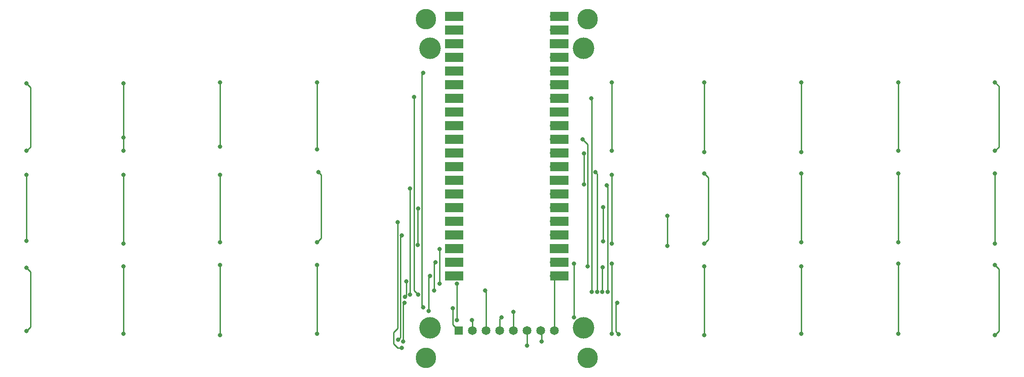
<source format=gbr>
G04 #@! TF.GenerationSoftware,KiCad,Pcbnew,(6.0.4-0)*
G04 #@! TF.CreationDate,2022-10-01T00:01:47-05:00*
G04 #@! TF.ProjectId,keezyboost40,6b65657a-7962-46f6-9f73-7434302e6b69,rev?*
G04 #@! TF.SameCoordinates,Original*
G04 #@! TF.FileFunction,Copper,L1,Top*
G04 #@! TF.FilePolarity,Positive*
%FSLAX46Y46*%
G04 Gerber Fmt 4.6, Leading zero omitted, Abs format (unit mm)*
G04 Created by KiCad (PCBNEW (6.0.4-0)) date 2022-10-01 00:01:47*
%MOMM*%
%LPD*%
G01*
G04 APERTURE LIST*
G04 #@! TA.AperFunction,ComponentPad*
%ADD10C,3.800000*%
G04 #@! TD*
G04 #@! TA.AperFunction,ComponentPad*
%ADD11C,4.000000*%
G04 #@! TD*
G04 #@! TA.AperFunction,ComponentPad*
%ADD12R,1.650000X1.650000*%
G04 #@! TD*
G04 #@! TA.AperFunction,ComponentPad*
%ADD13C,1.650000*%
G04 #@! TD*
G04 #@! TA.AperFunction,ComponentPad*
%ADD14O,1.700000X1.700000*%
G04 #@! TD*
G04 #@! TA.AperFunction,SMDPad,CuDef*
%ADD15R,3.500000X1.700000*%
G04 #@! TD*
G04 #@! TA.AperFunction,ComponentPad*
%ADD16R,1.700000X1.700000*%
G04 #@! TD*
G04 #@! TA.AperFunction,ViaPad*
%ADD17C,0.800000*%
G04 #@! TD*
G04 #@! TA.AperFunction,Conductor*
%ADD18C,0.250000*%
G04 #@! TD*
G04 APERTURE END LIST*
D10*
X106000000Y-78000000D03*
X136000000Y-78000000D03*
D11*
X106750000Y-72450000D03*
X106750000Y-20450000D03*
X135250000Y-20450000D03*
X135250000Y-72450000D03*
D12*
X112110000Y-72950000D03*
D13*
X114650000Y-72950000D03*
X117190000Y-72950000D03*
X119730000Y-72950000D03*
X122270000Y-72950000D03*
X124810000Y-72950000D03*
X127350000Y-72950000D03*
X129890000Y-72950000D03*
D10*
X106000000Y-15000000D03*
X136000000Y-15000000D03*
D14*
X129890000Y-14520000D03*
D15*
X130790000Y-14520000D03*
D14*
X129890000Y-17060000D03*
D15*
X130790000Y-17060000D03*
D16*
X129890000Y-19600000D03*
D15*
X130790000Y-19600000D03*
D14*
X129890000Y-22140000D03*
D15*
X130790000Y-22140000D03*
X130790000Y-24680000D03*
D14*
X129890000Y-24680000D03*
D15*
X130790000Y-27220000D03*
D14*
X129890000Y-27220000D03*
X129890000Y-29760000D03*
D15*
X130790000Y-29760000D03*
D16*
X129890000Y-32300000D03*
D15*
X130790000Y-32300000D03*
D14*
X129890000Y-34840000D03*
D15*
X130790000Y-34840000D03*
D14*
X129890000Y-37380000D03*
D15*
X130790000Y-37380000D03*
D14*
X129890000Y-39920000D03*
D15*
X130790000Y-39920000D03*
X130790000Y-42460000D03*
D14*
X129890000Y-42460000D03*
D16*
X129890000Y-45000000D03*
D15*
X130790000Y-45000000D03*
X130790000Y-47540000D03*
D14*
X129890000Y-47540000D03*
X129890000Y-50080000D03*
D15*
X130790000Y-50080000D03*
X130790000Y-52620000D03*
D14*
X129890000Y-52620000D03*
D15*
X130790000Y-55160000D03*
D14*
X129890000Y-55160000D03*
D15*
X130790000Y-57700000D03*
D16*
X129890000Y-57700000D03*
D15*
X130790000Y-60240000D03*
D14*
X129890000Y-60240000D03*
X129890000Y-62780000D03*
D15*
X130790000Y-62780000D03*
X111210000Y-62780000D03*
D14*
X112110000Y-62780000D03*
X112110000Y-60240000D03*
D15*
X111210000Y-60240000D03*
X111210000Y-57700000D03*
D16*
X112110000Y-57700000D03*
D15*
X111210000Y-55160000D03*
D14*
X112110000Y-55160000D03*
D15*
X111210000Y-52620000D03*
D14*
X112110000Y-52620000D03*
D15*
X111210000Y-50080000D03*
D14*
X112110000Y-50080000D03*
D15*
X111210000Y-47540000D03*
D14*
X112110000Y-47540000D03*
D16*
X112110000Y-45000000D03*
D15*
X111210000Y-45000000D03*
D14*
X112110000Y-42460000D03*
D15*
X111210000Y-42460000D03*
X111210000Y-39920000D03*
D14*
X112110000Y-39920000D03*
D15*
X111210000Y-37380000D03*
D14*
X112110000Y-37380000D03*
D15*
X111210000Y-34840000D03*
D14*
X112110000Y-34840000D03*
D16*
X112110000Y-32300000D03*
D15*
X111210000Y-32300000D03*
X111210000Y-29760000D03*
D14*
X112110000Y-29760000D03*
X112110000Y-27220000D03*
D15*
X111210000Y-27220000D03*
X111210000Y-24680000D03*
D14*
X112110000Y-24680000D03*
D15*
X111210000Y-22140000D03*
D14*
X112110000Y-22140000D03*
D16*
X112110000Y-19600000D03*
D15*
X111210000Y-19600000D03*
X111210000Y-17060000D03*
D14*
X112110000Y-17060000D03*
X112110000Y-14520000D03*
D15*
X111210000Y-14520000D03*
D17*
X111750000Y-71000000D03*
X111750000Y-64229502D03*
X138906250Y-50006250D03*
X114500000Y-71000000D03*
X108479502Y-64229502D03*
X138906250Y-56356250D03*
X108500000Y-57750000D03*
X136775500Y-65750000D03*
X136750000Y-29750000D03*
X104500000Y-66250000D03*
X103750000Y-29500000D03*
X103025500Y-46500000D03*
X103025500Y-66275500D03*
X137500000Y-43500000D03*
X137775003Y-65750000D03*
X135130000Y-37380000D03*
X102301000Y-63750000D03*
X102102081Y-66657994D03*
X138862989Y-61137011D03*
X138774506Y-65750000D03*
X136051000Y-61000000D03*
X139600689Y-45899311D03*
X139774009Y-65750000D03*
X141785908Y-73648385D03*
X135326500Y-40000000D03*
X101750000Y-75000000D03*
X135326500Y-45714386D03*
X141500000Y-67750000D03*
X102000000Y-67750000D03*
X133500000Y-70500000D03*
X120000000Y-70500000D03*
X133500000Y-60500000D03*
X150812500Y-51593750D03*
X150812500Y-57150000D03*
X31750000Y-61250000D03*
X31750000Y-56250000D03*
X31750000Y-39500000D03*
X31750000Y-44000000D03*
X31750000Y-27000000D03*
X31750000Y-73000000D03*
X49750000Y-56750000D03*
X49750000Y-44000000D03*
X49750000Y-39500000D03*
X49750000Y-61000000D03*
X49750000Y-27000000D03*
X49750000Y-73500000D03*
X49750000Y-37000000D03*
X67750000Y-56500000D03*
X67750000Y-44000000D03*
X67750000Y-73750000D03*
X67750000Y-38750000D03*
X67750000Y-60750000D03*
X67750000Y-26750000D03*
X85750000Y-26750000D03*
X104500000Y-50250000D03*
X85750000Y-39250000D03*
X86000000Y-43500000D03*
X85750000Y-60750000D03*
X104474500Y-57000000D03*
X85750000Y-73500000D03*
X85750000Y-56500000D03*
X140500000Y-73500000D03*
X140500000Y-26750000D03*
X140500000Y-60500000D03*
X140500000Y-56750000D03*
X140500000Y-39500000D03*
X140500000Y-44000000D03*
X157750000Y-73750000D03*
X157750000Y-39750000D03*
X157750000Y-26750000D03*
X157750000Y-61000000D03*
X157750000Y-56750000D03*
X157750000Y-43750000D03*
X175750000Y-61000000D03*
X175750000Y-26750000D03*
X175750000Y-73500000D03*
X175750000Y-56500000D03*
X175750000Y-43750000D03*
X175750000Y-39750000D03*
X193750000Y-60500000D03*
X193750000Y-56500000D03*
X193750000Y-43750000D03*
X193750000Y-26750000D03*
X193750000Y-73500000D03*
X193750000Y-39500000D03*
X211750000Y-39500000D03*
X211750000Y-56750000D03*
X211750000Y-73750000D03*
X211750000Y-26750000D03*
X211750000Y-43750000D03*
X211750000Y-60750000D03*
X106500000Y-69322551D03*
X106775500Y-62750000D03*
X122250000Y-69500000D03*
X107500000Y-65500000D03*
X107755002Y-60250000D03*
X117000000Y-65500000D03*
X101474500Y-55250000D03*
X127500000Y-75000000D03*
X100829952Y-74609472D03*
X124750000Y-75750000D03*
X100750000Y-52750000D03*
X101488084Y-76149661D03*
X105500000Y-25000000D03*
X111000000Y-68750000D03*
X105500000Y-68598051D03*
D18*
X114550000Y-71000000D02*
X114500000Y-71000000D01*
X138906250Y-56356250D02*
X138906250Y-50006250D01*
X114650000Y-71100000D02*
X114550000Y-71000000D01*
X114650000Y-72950000D02*
X114650000Y-71100000D01*
X108479502Y-64229502D02*
X108479502Y-57770498D01*
X111750000Y-71000000D02*
X111750000Y-64229502D01*
X108479502Y-57770498D02*
X108500000Y-57750000D01*
X103750000Y-65500000D02*
X104500000Y-66250000D01*
X103750000Y-29500000D02*
X103750000Y-65500000D01*
X136775500Y-29775500D02*
X136750000Y-29750000D01*
X136775500Y-65750000D02*
X136775500Y-29775500D01*
X103025500Y-66275500D02*
X103025500Y-46500000D01*
X137775003Y-43775003D02*
X137500000Y-43500000D01*
X137775003Y-65750000D02*
X137775003Y-43775003D01*
X138774506Y-65750000D02*
X138774506Y-61225494D01*
X136051000Y-38301000D02*
X135130000Y-37380000D01*
X102301000Y-63750000D02*
X102301000Y-66459075D01*
X102301000Y-66459075D02*
X102102081Y-66657994D01*
X136051000Y-61000000D02*
X136051000Y-38301000D01*
X138774506Y-61225494D02*
X138862989Y-61137011D01*
X101750000Y-75000000D02*
X101750000Y-68000000D01*
X135326500Y-45714386D02*
X135326500Y-40000000D01*
X141274579Y-73137056D02*
X141785908Y-73648385D01*
X101750000Y-68000000D02*
X102000000Y-67750000D01*
X139774009Y-65750000D02*
X139774009Y-46072631D01*
X141500000Y-67750000D02*
X141274579Y-67975421D01*
X141274579Y-67975421D02*
X141274579Y-73137056D01*
X139774009Y-46072631D02*
X139600689Y-45899311D01*
X119730000Y-70770000D02*
X119730000Y-72950000D01*
X133500000Y-60500000D02*
X133500000Y-70500000D01*
X120000000Y-70500000D02*
X119730000Y-70770000D01*
X150812500Y-57150000D02*
X150812500Y-51593750D01*
X32474521Y-38775479D02*
X31750000Y-39500000D01*
X32474521Y-72275479D02*
X31750000Y-73000000D01*
X31750000Y-56250000D02*
X31750000Y-44000000D01*
X32474521Y-27724521D02*
X32474521Y-38775479D01*
X31750000Y-27000000D02*
X32474521Y-27724521D01*
X31750000Y-61250000D02*
X32474521Y-61974521D01*
X32474521Y-61974521D02*
X32474521Y-72275479D01*
X49750000Y-44000000D02*
X49750000Y-56750000D01*
X49750000Y-37000000D02*
X49750000Y-39500000D01*
X49750000Y-27000000D02*
X49750000Y-37000000D01*
X49750000Y-61000000D02*
X49750000Y-73500000D01*
X67750000Y-44000000D02*
X67750000Y-56500000D01*
X67750000Y-60750000D02*
X67750000Y-73750000D01*
X67750000Y-26750000D02*
X67750000Y-38750000D01*
X104474500Y-57000000D02*
X104474500Y-50275500D01*
X86474521Y-43974521D02*
X86474521Y-55775479D01*
X85750000Y-73500000D02*
X85750000Y-60750000D01*
X86000000Y-43500000D02*
X86474521Y-43974521D01*
X104474500Y-50275500D02*
X104500000Y-50250000D01*
X85750000Y-39250000D02*
X85750000Y-26750000D01*
X86474521Y-55775479D02*
X85750000Y-56500000D01*
X140500000Y-39500000D02*
X140500000Y-26750000D01*
X140500000Y-73500000D02*
X140500000Y-60500000D01*
X140500000Y-56750000D02*
X140500000Y-44000000D01*
X157750000Y-26750000D02*
X157750000Y-39750000D01*
X157750000Y-43750000D02*
X158474521Y-44474521D01*
X158474521Y-56025479D02*
X157750000Y-56750000D01*
X158474521Y-44474521D02*
X158474521Y-56025479D01*
X157750000Y-61000000D02*
X157750000Y-73750000D01*
X175750000Y-43750000D02*
X175750000Y-56500000D01*
X175750000Y-61000000D02*
X175750000Y-73500000D01*
X175750000Y-26750000D02*
X175750000Y-39750000D01*
X193750000Y-56500000D02*
X193750000Y-43750000D01*
X193750000Y-39500000D02*
X193750000Y-26750000D01*
X193750000Y-73500000D02*
X193750000Y-60500000D01*
X212474521Y-73025479D02*
X211750000Y-73750000D01*
X212474521Y-27474521D02*
X212474521Y-38775479D01*
X211750000Y-60750000D02*
X212474521Y-61474521D01*
X211750000Y-56750000D02*
X211750000Y-43750000D01*
X212474521Y-61474521D02*
X212474521Y-73025479D01*
X211750000Y-26750000D02*
X212474521Y-27474521D01*
X212474521Y-38775479D02*
X211750000Y-39500000D01*
X129890000Y-72950000D02*
X129890000Y-62780000D01*
X106500000Y-63025500D02*
X106775500Y-62750000D01*
X106500000Y-69322551D02*
X106500000Y-63025500D01*
X122250000Y-69500000D02*
X122270000Y-69520000D01*
X122270000Y-69520000D02*
X122270000Y-72950000D01*
X107500000Y-65500000D02*
X107500000Y-60505002D01*
X107500000Y-60505002D02*
X107755002Y-60250000D01*
X117190000Y-72950000D02*
X117190000Y-65690000D01*
X117190000Y-65690000D02*
X117000000Y-65500000D01*
X101474500Y-55250000D02*
X101250000Y-55474500D01*
X127500000Y-75000000D02*
X127500000Y-73100000D01*
X101250000Y-55474500D02*
X101250000Y-74000000D01*
X101250000Y-74000000D02*
X101250000Y-74189424D01*
X127500000Y-73100000D02*
X127350000Y-72950000D01*
X101250000Y-74189424D02*
X100829952Y-74609472D01*
X100000000Y-73233008D02*
X100750000Y-72483008D01*
X100000000Y-75411577D02*
X100738084Y-76149661D01*
X100000000Y-75411577D02*
X100000000Y-73233008D01*
X100738084Y-76149661D02*
X101488084Y-76149661D01*
X100750000Y-72483008D02*
X100750000Y-52750000D01*
X124810000Y-75690000D02*
X124810000Y-72950000D01*
X124750000Y-75750000D02*
X124810000Y-75690000D01*
X105224511Y-25224511D02*
X105449022Y-25000000D01*
X105224511Y-68322562D02*
X105500000Y-68598051D01*
X111000000Y-68750000D02*
X111000000Y-71840000D01*
X111000000Y-71840000D02*
X112110000Y-72950000D01*
X105224511Y-25224511D02*
X105224511Y-68322562D01*
X105449022Y-25000000D02*
X105500000Y-25000000D01*
M02*

</source>
